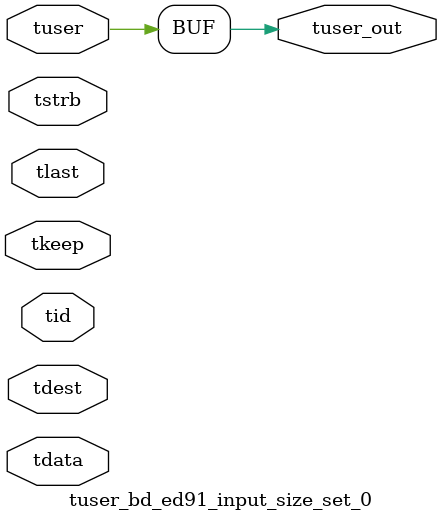
<source format=v>


`timescale 1ps/1ps

module tuser_bd_ed91_input_size_set_0 #
(
parameter C_S_AXIS_TUSER_WIDTH = 1,
parameter C_S_AXIS_TDATA_WIDTH = 32,
parameter C_S_AXIS_TID_WIDTH   = 0,
parameter C_S_AXIS_TDEST_WIDTH = 0,
parameter C_M_AXIS_TUSER_WIDTH = 1
)
(
input  [(C_S_AXIS_TUSER_WIDTH == 0 ? 1 : C_S_AXIS_TUSER_WIDTH)-1:0     ] tuser,
input  [(C_S_AXIS_TDATA_WIDTH == 0 ? 1 : C_S_AXIS_TDATA_WIDTH)-1:0     ] tdata,
input  [(C_S_AXIS_TID_WIDTH   == 0 ? 1 : C_S_AXIS_TID_WIDTH)-1:0       ] tid,
input  [(C_S_AXIS_TDEST_WIDTH == 0 ? 1 : C_S_AXIS_TDEST_WIDTH)-1:0     ] tdest,
input  [(C_S_AXIS_TDATA_WIDTH/8)-1:0 ] tkeep,
input  [(C_S_AXIS_TDATA_WIDTH/8)-1:0 ] tstrb,
input                                                                    tlast,
output [C_M_AXIS_TUSER_WIDTH-1:0] tuser_out
);

assign tuser_out = {tuser[0:0]};

endmodule


</source>
